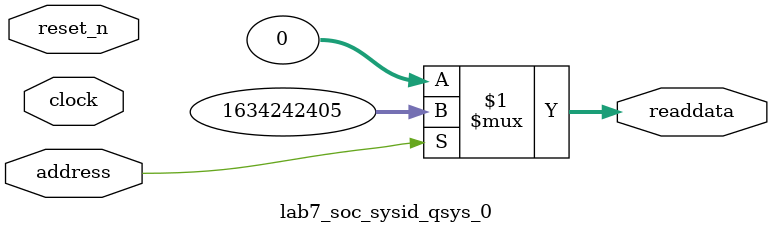
<source format=v>



// synthesis translate_off
`timescale 1ns / 1ps
// synthesis translate_on

// turn off superfluous verilog processor warnings 
// altera message_level Level1 
// altera message_off 10034 10035 10036 10037 10230 10240 10030 

module lab7_soc_sysid_qsys_0 (
               // inputs:
                address,
                clock,
                reset_n,

               // outputs:
                readdata
             )
;

  output  [ 31: 0] readdata;
  input            address;
  input            clock;
  input            reset_n;

  wire    [ 31: 0] readdata;
  //control_slave, which is an e_avalon_slave
  assign readdata = address ? 1634242405 : 0;

endmodule



</source>
